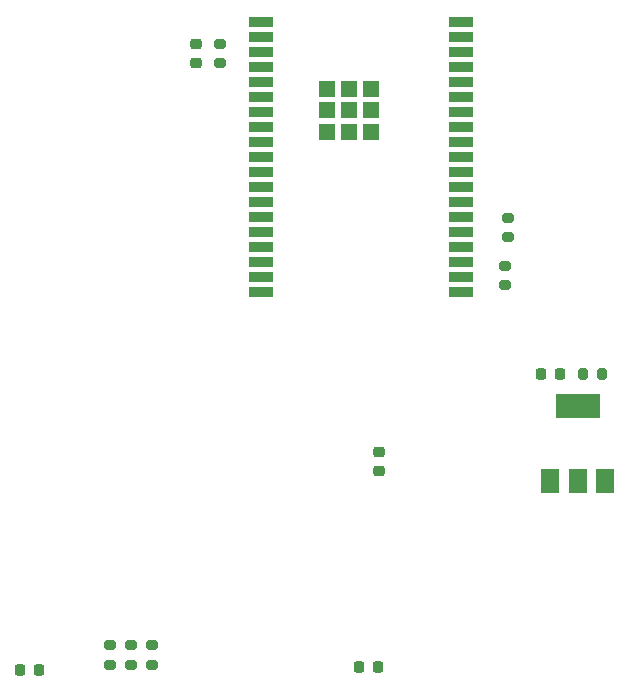
<source format=gbr>
%TF.GenerationSoftware,KiCad,Pcbnew,(6.0.0)*%
%TF.CreationDate,2022-01-24T17:46:17-05:00*%
%TF.ProjectId,esp32 breakout2,65737033-3220-4627-9265-616b6f757432,rev?*%
%TF.SameCoordinates,Original*%
%TF.FileFunction,Paste,Top*%
%TF.FilePolarity,Positive*%
%FSLAX46Y46*%
G04 Gerber Fmt 4.6, Leading zero omitted, Abs format (unit mm)*
G04 Created by KiCad (PCBNEW (6.0.0)) date 2022-01-24 17:46:17*
%MOMM*%
%LPD*%
G01*
G04 APERTURE LIST*
G04 Aperture macros list*
%AMRoundRect*
0 Rectangle with rounded corners*
0 $1 Rounding radius*
0 $2 $3 $4 $5 $6 $7 $8 $9 X,Y pos of 4 corners*
0 Add a 4 corners polygon primitive as box body*
4,1,4,$2,$3,$4,$5,$6,$7,$8,$9,$2,$3,0*
0 Add four circle primitives for the rounded corners*
1,1,$1+$1,$2,$3*
1,1,$1+$1,$4,$5*
1,1,$1+$1,$6,$7*
1,1,$1+$1,$8,$9*
0 Add four rect primitives between the rounded corners*
20,1,$1+$1,$2,$3,$4,$5,0*
20,1,$1+$1,$4,$5,$6,$7,0*
20,1,$1+$1,$6,$7,$8,$9,0*
20,1,$1+$1,$8,$9,$2,$3,0*%
G04 Aperture macros list end*
%ADD10RoundRect,0.200000X0.275000X-0.200000X0.275000X0.200000X-0.275000X0.200000X-0.275000X-0.200000X0*%
%ADD11RoundRect,0.225000X0.250000X-0.225000X0.250000X0.225000X-0.250000X0.225000X-0.250000X-0.225000X0*%
%ADD12RoundRect,0.225000X-0.225000X-0.250000X0.225000X-0.250000X0.225000X0.250000X-0.225000X0.250000X0*%
%ADD13RoundRect,0.225000X0.225000X0.250000X-0.225000X0.250000X-0.225000X-0.250000X0.225000X-0.250000X0*%
%ADD14R,1.500000X2.000000*%
%ADD15R,3.800000X2.000000*%
%ADD16R,2.000000X0.900000*%
%ADD17R,1.330000X1.330000*%
%ADD18RoundRect,0.200000X-0.275000X0.200000X-0.275000X-0.200000X0.275000X-0.200000X0.275000X0.200000X0*%
%ADD19RoundRect,0.218750X-0.218750X-0.256250X0.218750X-0.256250X0.218750X0.256250X-0.218750X0.256250X0*%
%ADD20RoundRect,0.200000X0.200000X0.275000X-0.200000X0.275000X-0.200000X-0.275000X0.200000X-0.275000X0*%
G04 APERTURE END LIST*
D10*
%TO.C,R6*%
X149733000Y-106870000D03*
X149733000Y-105220000D03*
%TD*%
D11*
%TO.C,C6*%
X168910000Y-90437000D03*
X168910000Y-88887000D03*
%TD*%
D12*
%TO.C,C5*%
X167246000Y-107061000D03*
X168796000Y-107061000D03*
%TD*%
D13*
%TO.C,C2*%
X140094000Y-107315000D03*
X138544000Y-107315000D03*
%TD*%
D14*
%TO.C,U2*%
X183434888Y-91288000D03*
D15*
X185734888Y-84988000D03*
D14*
X185734888Y-91288000D03*
X188034888Y-91288000D03*
%TD*%
D16*
%TO.C,IC1*%
X158886000Y-52446000D03*
X158886000Y-53716000D03*
X158886000Y-54986000D03*
X158886000Y-56256000D03*
X158886000Y-57526000D03*
X158886000Y-58796000D03*
X158886000Y-60066000D03*
X158886000Y-61336000D03*
X158886000Y-62606000D03*
X158886000Y-63876000D03*
X158886000Y-65146000D03*
X158886000Y-66416000D03*
X158886000Y-67686000D03*
X158886000Y-68956000D03*
X158886000Y-70226000D03*
X158886000Y-71496000D03*
X158886000Y-72766000D03*
X158886000Y-74036000D03*
X158886000Y-75306000D03*
X175886000Y-75306000D03*
X175886000Y-74036000D03*
X175886000Y-72766000D03*
X175886000Y-71496000D03*
X175886000Y-70226000D03*
X175886000Y-68956000D03*
X175886000Y-67686000D03*
X175886000Y-66416000D03*
X175886000Y-65146000D03*
X175886000Y-63876000D03*
X175886000Y-62606000D03*
X175886000Y-61336000D03*
X175886000Y-60066000D03*
X175886000Y-58796000D03*
X175886000Y-57526000D03*
X175886000Y-56256000D03*
X175886000Y-54986000D03*
X175886000Y-53716000D03*
X175886000Y-52446000D03*
D17*
X166386000Y-59946000D03*
X164551000Y-58111000D03*
X164551000Y-59946000D03*
X164551000Y-61781000D03*
X166386000Y-61781000D03*
X168221000Y-61781000D03*
X168221000Y-59946000D03*
X168221000Y-58111000D03*
X166386000Y-58111000D03*
%TD*%
D11*
%TO.C,C1*%
X153416000Y-55893000D03*
X153416000Y-54343000D03*
%TD*%
D18*
%TO.C,R1*%
X155448000Y-54293000D03*
X155448000Y-55943000D03*
%TD*%
D19*
%TO.C,D1*%
X182661388Y-82296000D03*
X184236388Y-82296000D03*
%TD*%
D10*
%TO.C,R9*%
X179578000Y-74739000D03*
X179578000Y-73089000D03*
%TD*%
%TO.C,R3*%
X147955000Y-106870000D03*
X147955000Y-105220000D03*
%TD*%
%TO.C,R2*%
X146177000Y-106870000D03*
X146177000Y-105220000D03*
%TD*%
D20*
%TO.C,R4*%
X187829888Y-82296000D03*
X186179888Y-82296000D03*
%TD*%
D10*
%TO.C,R5*%
X179832000Y-70675000D03*
X179832000Y-69025000D03*
%TD*%
M02*

</source>
